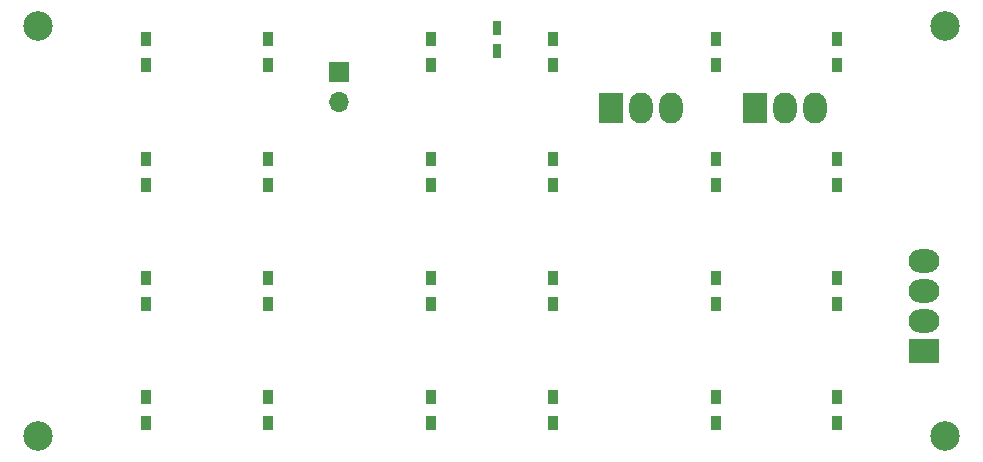
<source format=gbr>
G04 #@! TF.GenerationSoftware,KiCad,Pcbnew,(5.1.4-0-10_14)*
G04 #@! TF.CreationDate,2019-11-08T07:47:01+01:00*
G04 #@! TF.ProjectId,Caution Light Panel,43617574-696f-46e2-904c-696768742050,rev?*
G04 #@! TF.SameCoordinates,Original*
G04 #@! TF.FileFunction,Soldermask,Top*
G04 #@! TF.FilePolarity,Negative*
%FSLAX46Y46*%
G04 Gerber Fmt 4.6, Leading zero omitted, Abs format (unit mm)*
G04 Created by KiCad (PCBNEW (5.1.4-0-10_14)) date 2019-11-08 07:47:01*
%MOMM*%
%LPD*%
G04 APERTURE LIST*
%ADD10R,0.750000X1.200000*%
%ADD11R,0.900000X1.200000*%
%ADD12R,2.600000X2.000000*%
%ADD13O,2.600000X2.000000*%
%ADD14R,2.000000X2.600000*%
%ADD15O,2.000000X2.600000*%
%ADD16R,1.700000X1.700000*%
%ADD17O,1.700000X1.700000*%
%ADD18C,2.500000*%
G04 APERTURE END LIST*
D10*
X148080000Y-74690000D03*
X148080000Y-72790000D03*
D11*
X118334600Y-73730400D03*
X118334600Y-75930400D03*
X118334600Y-83830400D03*
X118334600Y-86030400D03*
X118334600Y-93940400D03*
X118334600Y-96140400D03*
X118334600Y-104050400D03*
X118334600Y-106250400D03*
X128644600Y-73730400D03*
X128644600Y-75930400D03*
X128644600Y-83830400D03*
X128644600Y-86030400D03*
X128644600Y-93940400D03*
X128644600Y-96140400D03*
X128644600Y-104050400D03*
X128644600Y-106250400D03*
X142444600Y-73730400D03*
X142444600Y-75930400D03*
X142444600Y-83830400D03*
X142444600Y-86030400D03*
X142444600Y-93940400D03*
X142444600Y-96140400D03*
X142444600Y-104050400D03*
X142444600Y-106250400D03*
X152754600Y-73730400D03*
X152754600Y-75930400D03*
X152754600Y-83830400D03*
X152754600Y-86030400D03*
X152754600Y-93940400D03*
X152754600Y-96140400D03*
X152754600Y-104050400D03*
X152754600Y-106250400D03*
X166544600Y-73730400D03*
X166544600Y-75930400D03*
X166544600Y-83830400D03*
X166544600Y-86030400D03*
X166544600Y-93940400D03*
X166544600Y-96140400D03*
X166544600Y-104050400D03*
X166544600Y-106250400D03*
X176854600Y-73730400D03*
X176854600Y-75930400D03*
X176854600Y-83830400D03*
X176854600Y-86030400D03*
X176854600Y-93940400D03*
X176854600Y-96140400D03*
X176854600Y-104050400D03*
X176854600Y-106250400D03*
D12*
X184188100Y-100114100D03*
D13*
X184188100Y-97574100D03*
X184188100Y-95034100D03*
X184188100Y-92494100D03*
D14*
X157708600Y-79514700D03*
D15*
X160248600Y-79514700D03*
X162788600Y-79514700D03*
D14*
X169926000Y-79509620D03*
D15*
X172466000Y-79509620D03*
X175006000Y-79509620D03*
D16*
X134645400Y-76471780D03*
D17*
X134645400Y-79011780D03*
D18*
X109194600Y-72600400D03*
X185994600Y-72600400D03*
X109194600Y-107340400D03*
X185994600Y-107340400D03*
M02*

</source>
